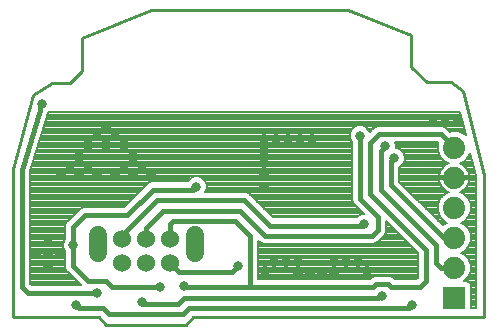
<source format=gbl>
G75*
G70*
%OFA0B0*%
%FSLAX24Y24*%
%IPPOS*%
%LPD*%
%AMOC8*
5,1,8,0,0,1.08239X$1,22.5*
%
%ADD10C,0.0100*%
%ADD11C,0.0600*%
%ADD12C,0.0000*%
%ADD13C,0.0600*%
%ADD14R,0.0740X0.0740*%
%ADD15C,0.0740*%
%ADD16C,0.0080*%
%ADD17C,0.0340*%
%ADD18C,0.0320*%
%ADD19C,0.0180*%
D10*
X003490Y003381D02*
X003740Y003131D01*
X006390Y003131D01*
X006640Y003381D01*
X016340Y003381D01*
X016340Y008131D01*
X015640Y010931D01*
X015240Y011231D01*
X014440Y011231D01*
X013890Y011731D01*
X013890Y012781D01*
X011790Y013631D01*
X005240Y013631D01*
X002940Y012681D01*
X002940Y011581D01*
X002540Y011181D01*
X001940Y011181D01*
X001290Y010781D01*
X000640Y008331D01*
X000640Y003381D01*
X003490Y003381D01*
D11*
X003452Y005531D02*
X003452Y006131D01*
X003452Y005531D01*
X006702Y005531D02*
X006702Y006131D01*
X006702Y005531D01*
D12*
X006527Y005831D02*
X006529Y005857D01*
X006535Y005883D01*
X006544Y005907D01*
X006557Y005930D01*
X006574Y005950D01*
X006593Y005968D01*
X006615Y005983D01*
X006638Y005994D01*
X006663Y006002D01*
X006689Y006006D01*
X006715Y006006D01*
X006741Y006002D01*
X006766Y005994D01*
X006790Y005983D01*
X006811Y005968D01*
X006830Y005950D01*
X006847Y005930D01*
X006860Y005907D01*
X006869Y005883D01*
X006875Y005857D01*
X006877Y005831D01*
X006875Y005805D01*
X006869Y005779D01*
X006860Y005755D01*
X006847Y005732D01*
X006830Y005712D01*
X006811Y005694D01*
X006789Y005679D01*
X006766Y005668D01*
X006741Y005660D01*
X006715Y005656D01*
X006689Y005656D01*
X006663Y005660D01*
X006638Y005668D01*
X006614Y005679D01*
X006593Y005694D01*
X006574Y005712D01*
X006557Y005732D01*
X006544Y005755D01*
X006535Y005779D01*
X006529Y005805D01*
X006527Y005831D01*
X003277Y005831D02*
X003279Y005857D01*
X003285Y005883D01*
X003294Y005907D01*
X003307Y005930D01*
X003324Y005950D01*
X003343Y005968D01*
X003365Y005983D01*
X003388Y005994D01*
X003413Y006002D01*
X003439Y006006D01*
X003465Y006006D01*
X003491Y006002D01*
X003516Y005994D01*
X003540Y005983D01*
X003561Y005968D01*
X003580Y005950D01*
X003597Y005930D01*
X003610Y005907D01*
X003619Y005883D01*
X003625Y005857D01*
X003627Y005831D01*
X003625Y005805D01*
X003619Y005779D01*
X003610Y005755D01*
X003597Y005732D01*
X003580Y005712D01*
X003561Y005694D01*
X003539Y005679D01*
X003516Y005668D01*
X003491Y005660D01*
X003465Y005656D01*
X003439Y005656D01*
X003413Y005660D01*
X003388Y005668D01*
X003364Y005679D01*
X003343Y005694D01*
X003324Y005712D01*
X003307Y005732D01*
X003294Y005755D01*
X003285Y005779D01*
X003279Y005805D01*
X003277Y005831D01*
D13*
X004278Y005981D03*
X005065Y005981D03*
X005852Y005981D03*
X005852Y005194D03*
X005065Y005194D03*
X004278Y005194D03*
D14*
X015340Y004031D03*
D15*
X015340Y005031D03*
X015340Y006031D03*
X015340Y007031D03*
X015340Y008031D03*
X015340Y009031D03*
D16*
X015861Y008851D02*
X015806Y008719D01*
X015894Y008719D01*
X015874Y008797D02*
X015839Y008797D01*
X015861Y008851D02*
X016050Y008095D01*
X016050Y003671D01*
X015890Y003671D01*
X015890Y004475D01*
X015785Y004581D01*
X015668Y004581D01*
X015806Y004719D01*
X015890Y004922D01*
X015890Y005140D01*
X015806Y005342D01*
X015652Y005497D01*
X015570Y005531D01*
X015652Y005565D01*
X015806Y005719D01*
X015890Y005922D01*
X015890Y006140D01*
X015806Y006342D01*
X015652Y006497D01*
X015570Y006531D01*
X015652Y006565D01*
X015806Y006719D01*
X015890Y006922D01*
X015890Y007140D01*
X015806Y007342D01*
X015652Y007497D01*
X015518Y007552D01*
X015536Y007558D01*
X015607Y007595D01*
X015672Y007642D01*
X015729Y007699D01*
X015776Y007764D01*
X015813Y007835D01*
X015837Y007911D01*
X015850Y007991D01*
X015380Y007991D01*
X015380Y008071D01*
X015850Y008071D01*
X015837Y008150D01*
X015813Y008227D01*
X015776Y008298D01*
X015729Y008363D01*
X015672Y008420D01*
X015607Y008467D01*
X015536Y008504D01*
X015518Y008509D01*
X015652Y008565D01*
X015806Y008719D01*
X015727Y008640D02*
X015914Y008640D01*
X015933Y008562D02*
X015645Y008562D01*
X015575Y008483D02*
X015953Y008483D01*
X015973Y008405D02*
X015687Y008405D01*
X015756Y008326D02*
X015992Y008326D01*
X016012Y008248D02*
X015802Y008248D01*
X015831Y008169D02*
X016031Y008169D01*
X016050Y008091D02*
X015847Y008091D01*
X015850Y008071D02*
X015850Y008071D01*
X015850Y007991D02*
X015850Y007991D01*
X015841Y007934D02*
X016050Y007934D01*
X016050Y008012D02*
X015380Y008012D01*
X015300Y008012D02*
X013510Y008012D01*
X013510Y007934D02*
X014839Y007934D01*
X014843Y007911D02*
X014867Y007835D01*
X014904Y007764D01*
X014951Y007699D01*
X015008Y007642D01*
X015073Y007595D01*
X015144Y007558D01*
X015162Y007552D01*
X015028Y007497D01*
X014874Y007342D01*
X014790Y007140D01*
X014790Y006922D01*
X014874Y006719D01*
X015028Y006565D01*
X015110Y006531D01*
X015028Y006497D01*
X014967Y006436D01*
X013510Y007893D01*
X013510Y008383D01*
X013533Y008393D01*
X013628Y008488D01*
X013680Y008613D01*
X013680Y008749D01*
X013628Y008873D01*
X013533Y008969D01*
X013408Y009021D01*
X013380Y009021D01*
X013380Y009149D01*
X013354Y009211D01*
X014778Y009211D01*
X014807Y009182D01*
X014790Y009140D01*
X014790Y008922D01*
X014874Y008719D01*
X013680Y008719D01*
X013680Y008640D02*
X014953Y008640D01*
X015028Y008565D02*
X014874Y008719D01*
X014841Y008797D02*
X013660Y008797D01*
X013626Y008876D02*
X014809Y008876D01*
X014790Y008954D02*
X013547Y008954D01*
X013380Y009033D02*
X014790Y009033D01*
X014790Y009111D02*
X013380Y009111D01*
X013363Y009190D02*
X014799Y009190D01*
X015189Y009564D02*
X015043Y009710D01*
X014944Y009751D01*
X012786Y009751D01*
X012687Y009710D01*
X012611Y009634D01*
X012514Y009537D01*
X012478Y009623D01*
X012383Y009719D01*
X012258Y009771D01*
X012122Y009771D01*
X011997Y009719D01*
X011902Y009623D01*
X011850Y009499D01*
X011850Y009363D01*
X011902Y009238D01*
X011920Y009220D01*
X011920Y007277D01*
X011961Y007178D01*
X012318Y006821D01*
X012272Y006821D01*
X012147Y006769D01*
X012079Y006701D01*
X009302Y006701D01*
X008569Y007434D01*
X008493Y007510D01*
X008394Y007551D01*
X007033Y007551D01*
X007080Y007663D01*
X007080Y007799D01*
X007028Y007923D01*
X006933Y008019D01*
X006808Y008071D01*
X006672Y008071D01*
X006547Y008019D01*
X006452Y007923D01*
X006442Y007901D01*
X005236Y007901D01*
X005137Y007860D01*
X005061Y007784D01*
X004328Y007051D01*
X002986Y007051D01*
X002887Y007010D01*
X002487Y006610D01*
X002411Y006534D01*
X002370Y006435D01*
X002370Y005992D01*
X002352Y005973D01*
X002300Y005849D01*
X002300Y005713D01*
X002352Y005588D01*
X002370Y005570D01*
X002370Y005027D01*
X002411Y004928D01*
X002487Y004852D01*
X002888Y004451D01*
X001252Y004451D01*
X001210Y004493D01*
X001210Y008241D01*
X001795Y010190D01*
X001805Y010215D01*
X001821Y010231D01*
X015516Y010231D01*
X015715Y009433D01*
X015652Y009497D01*
X015449Y009581D01*
X015231Y009581D01*
X015189Y009564D01*
X015170Y009582D02*
X015678Y009582D01*
X015698Y009504D02*
X015635Y009504D01*
X015659Y009661D02*
X015092Y009661D01*
X014971Y009739D02*
X015639Y009739D01*
X015619Y009818D02*
X001683Y009818D01*
X001707Y009896D02*
X015600Y009896D01*
X015580Y009975D02*
X001730Y009975D01*
X001754Y010053D02*
X015560Y010053D01*
X015541Y010132D02*
X001777Y010132D01*
X001803Y010210D02*
X015521Y010210D01*
X015028Y008565D02*
X015162Y008509D01*
X015144Y008504D01*
X015073Y008467D01*
X015008Y008420D01*
X014951Y008363D01*
X014904Y008298D01*
X014867Y008227D01*
X014843Y008150D01*
X014830Y008071D01*
X014830Y008071D01*
X015300Y008071D01*
X015300Y007991D01*
X014830Y007991D01*
X014830Y007991D01*
X014843Y007911D01*
X014861Y007855D02*
X013547Y007855D01*
X013626Y007777D02*
X014897Y007777D01*
X014951Y007698D02*
X013704Y007698D01*
X013783Y007620D02*
X015038Y007620D01*
X015135Y007541D02*
X013861Y007541D01*
X013940Y007463D02*
X014994Y007463D01*
X014916Y007384D02*
X014018Y007384D01*
X014097Y007306D02*
X014859Y007306D01*
X014826Y007227D02*
X014175Y007227D01*
X014254Y007149D02*
X014794Y007149D01*
X014790Y007070D02*
X014332Y007070D01*
X014411Y006992D02*
X014790Y006992D01*
X014793Y006913D02*
X014489Y006913D01*
X014568Y006835D02*
X014826Y006835D01*
X014858Y006756D02*
X014646Y006756D01*
X014725Y006678D02*
X014915Y006678D01*
X014994Y006599D02*
X014803Y006599D01*
X014882Y006521D02*
X015086Y006521D01*
X014974Y006442D02*
X014960Y006442D01*
X015594Y006521D02*
X016050Y006521D01*
X016050Y006599D02*
X015686Y006599D01*
X015765Y006678D02*
X016050Y006678D01*
X016050Y006756D02*
X015822Y006756D01*
X015854Y006835D02*
X016050Y006835D01*
X016050Y006913D02*
X015887Y006913D01*
X015890Y006992D02*
X016050Y006992D01*
X016050Y007070D02*
X015890Y007070D01*
X015886Y007149D02*
X016050Y007149D01*
X016050Y007227D02*
X015854Y007227D01*
X015821Y007306D02*
X016050Y007306D01*
X016050Y007384D02*
X015764Y007384D01*
X015686Y007463D02*
X016050Y007463D01*
X016050Y007541D02*
X015545Y007541D01*
X015642Y007620D02*
X016050Y007620D01*
X016050Y007698D02*
X015729Y007698D01*
X015783Y007777D02*
X016050Y007777D01*
X016050Y007855D02*
X015819Y007855D01*
X014993Y008405D02*
X013545Y008405D01*
X013510Y008326D02*
X014924Y008326D01*
X014878Y008248D02*
X013510Y008248D01*
X013510Y008169D02*
X014849Y008169D01*
X014833Y008091D02*
X013510Y008091D01*
X013623Y008483D02*
X015105Y008483D01*
X015035Y008562D02*
X013659Y008562D01*
X012638Y009661D02*
X012441Y009661D01*
X012495Y009582D02*
X012560Y009582D01*
X012759Y009739D02*
X012334Y009739D01*
X012046Y009739D02*
X001659Y009739D01*
X001636Y009661D02*
X011939Y009661D01*
X011885Y009582D02*
X001612Y009582D01*
X001589Y009504D02*
X011852Y009504D01*
X011850Y009425D02*
X001565Y009425D01*
X001542Y009347D02*
X011857Y009347D01*
X011889Y009268D02*
X001518Y009268D01*
X001495Y009190D02*
X011920Y009190D01*
X011920Y009111D02*
X001471Y009111D01*
X001447Y009033D02*
X011920Y009033D01*
X011920Y008954D02*
X001424Y008954D01*
X001400Y008876D02*
X011920Y008876D01*
X011920Y008797D02*
X001377Y008797D01*
X001353Y008719D02*
X011920Y008719D01*
X011920Y008640D02*
X001330Y008640D01*
X001306Y008562D02*
X011920Y008562D01*
X011920Y008483D02*
X001283Y008483D01*
X001259Y008405D02*
X011920Y008405D01*
X011920Y008326D02*
X001236Y008326D01*
X001212Y008248D02*
X011920Y008248D01*
X011920Y008169D02*
X001210Y008169D01*
X001210Y008091D02*
X011920Y008091D01*
X011920Y008012D02*
X006939Y008012D01*
X007018Y007934D02*
X011920Y007934D01*
X011920Y007855D02*
X007056Y007855D01*
X007080Y007777D02*
X011920Y007777D01*
X011920Y007698D02*
X007080Y007698D01*
X007062Y007620D02*
X011920Y007620D01*
X011920Y007541D02*
X008417Y007541D01*
X008540Y007463D02*
X011920Y007463D01*
X011920Y007384D02*
X008618Y007384D01*
X008697Y007306D02*
X011920Y007306D01*
X011941Y007227D02*
X008775Y007227D01*
X008854Y007149D02*
X011990Y007149D01*
X012069Y007070D02*
X008932Y007070D01*
X009011Y006992D02*
X012147Y006992D01*
X012226Y006913D02*
X009089Y006913D01*
X009168Y006835D02*
X012304Y006835D01*
X012135Y006756D02*
X009246Y006756D01*
X008810Y005929D02*
X008887Y005852D01*
X008986Y005811D01*
X012644Y005811D01*
X012743Y005852D01*
X012819Y005928D01*
X013019Y006128D01*
X013060Y006227D01*
X013060Y006579D01*
X014120Y005519D01*
X014120Y004693D01*
X014078Y004651D01*
X013352Y004651D01*
X013293Y004710D01*
X013194Y004751D01*
X012686Y004751D01*
X012587Y004710D01*
X012528Y004651D01*
X008810Y004651D01*
X008810Y005929D01*
X008810Y005893D02*
X008846Y005893D01*
X008810Y005814D02*
X008978Y005814D01*
X008810Y005736D02*
X013903Y005736D01*
X013825Y005814D02*
X012652Y005814D01*
X012784Y005893D02*
X013746Y005893D01*
X013668Y005971D02*
X012862Y005971D01*
X012941Y006050D02*
X013589Y006050D01*
X013511Y006128D02*
X013019Y006128D01*
X013052Y006207D02*
X013432Y006207D01*
X013354Y006285D02*
X013060Y006285D01*
X013060Y006364D02*
X013275Y006364D01*
X013197Y006442D02*
X013060Y006442D01*
X013060Y006521D02*
X013118Y006521D01*
X013982Y005657D02*
X008810Y005657D01*
X008810Y005579D02*
X014060Y005579D01*
X014120Y005500D02*
X008810Y005500D01*
X008810Y005422D02*
X014120Y005422D01*
X014120Y005343D02*
X008810Y005343D01*
X008810Y005265D02*
X014120Y005265D01*
X014120Y005186D02*
X008810Y005186D01*
X008810Y005108D02*
X014120Y005108D01*
X014120Y005029D02*
X008810Y005029D01*
X008810Y004951D02*
X014120Y004951D01*
X014120Y004872D02*
X008810Y004872D01*
X008810Y004794D02*
X014120Y004794D01*
X014120Y004715D02*
X013279Y004715D01*
X012601Y004715D02*
X008810Y004715D01*
X005133Y007855D02*
X001210Y007855D01*
X001210Y007777D02*
X005054Y007777D01*
X004976Y007698D02*
X001210Y007698D01*
X001210Y007620D02*
X004897Y007620D01*
X004819Y007541D02*
X001210Y007541D01*
X001210Y007463D02*
X004740Y007463D01*
X004662Y007384D02*
X001210Y007384D01*
X001210Y007306D02*
X004583Y007306D01*
X004505Y007227D02*
X001210Y007227D01*
X001210Y007149D02*
X004426Y007149D01*
X004348Y007070D02*
X001210Y007070D01*
X001210Y006992D02*
X002869Y006992D01*
X002791Y006913D02*
X001210Y006913D01*
X001210Y006835D02*
X002712Y006835D01*
X002634Y006756D02*
X001210Y006756D01*
X001210Y006678D02*
X002555Y006678D01*
X002477Y006599D02*
X001210Y006599D01*
X001210Y006521D02*
X002406Y006521D01*
X002373Y006442D02*
X001210Y006442D01*
X001210Y006364D02*
X002370Y006364D01*
X002370Y006285D02*
X001210Y006285D01*
X001210Y006207D02*
X002370Y006207D01*
X002370Y006128D02*
X001210Y006128D01*
X001210Y006050D02*
X002370Y006050D01*
X002351Y005971D02*
X001210Y005971D01*
X001210Y005893D02*
X002318Y005893D01*
X002300Y005814D02*
X001210Y005814D01*
X001210Y005736D02*
X002300Y005736D01*
X002323Y005657D02*
X001210Y005657D01*
X001210Y005579D02*
X002361Y005579D01*
X002370Y005500D02*
X001210Y005500D01*
X001210Y005422D02*
X002370Y005422D01*
X002370Y005343D02*
X001210Y005343D01*
X001210Y005265D02*
X002370Y005265D01*
X002370Y005186D02*
X001210Y005186D01*
X001210Y005108D02*
X002370Y005108D01*
X002370Y005029D02*
X001210Y005029D01*
X001210Y004951D02*
X002402Y004951D01*
X002467Y004872D02*
X001210Y004872D01*
X001210Y004794D02*
X002545Y004794D01*
X002624Y004715D02*
X001210Y004715D01*
X001210Y004637D02*
X002702Y004637D01*
X002781Y004558D02*
X001210Y004558D01*
X001223Y004480D02*
X002859Y004480D01*
X001210Y007934D02*
X006462Y007934D01*
X006541Y008012D02*
X001210Y008012D01*
X015644Y005500D02*
X016050Y005500D01*
X016050Y005422D02*
X015727Y005422D01*
X015805Y005343D02*
X016050Y005343D01*
X016050Y005265D02*
X015838Y005265D01*
X015871Y005186D02*
X016050Y005186D01*
X016050Y005108D02*
X015890Y005108D01*
X015890Y005029D02*
X016050Y005029D01*
X016050Y004951D02*
X015890Y004951D01*
X015870Y004872D02*
X016050Y004872D01*
X016050Y004794D02*
X015837Y004794D01*
X015802Y004715D02*
X016050Y004715D01*
X016050Y004637D02*
X015724Y004637D01*
X015807Y004558D02*
X016050Y004558D01*
X016050Y004480D02*
X015886Y004480D01*
X015890Y004401D02*
X016050Y004401D01*
X016050Y004323D02*
X015890Y004323D01*
X015890Y004244D02*
X016050Y004244D01*
X016050Y004166D02*
X015890Y004166D01*
X015890Y004087D02*
X016050Y004087D01*
X016050Y004009D02*
X015890Y004009D01*
X015890Y003930D02*
X016050Y003930D01*
X016050Y003852D02*
X015890Y003852D01*
X015890Y003773D02*
X016050Y003773D01*
X016050Y003695D02*
X015890Y003695D01*
X016050Y005579D02*
X015666Y005579D01*
X015744Y005657D02*
X016050Y005657D01*
X016050Y005736D02*
X015813Y005736D01*
X015846Y005814D02*
X016050Y005814D01*
X016050Y005893D02*
X015878Y005893D01*
X015890Y005971D02*
X016050Y005971D01*
X016050Y006050D02*
X015890Y006050D01*
X015890Y006128D02*
X016050Y006128D01*
X016050Y006207D02*
X015862Y006207D01*
X015830Y006285D02*
X016050Y006285D01*
X016050Y006364D02*
X015785Y006364D01*
X015706Y006442D02*
X016050Y006442D01*
D17*
X012440Y004931D03*
X012140Y005231D03*
X011740Y005231D03*
X011340Y005231D03*
X011340Y004831D03*
X010940Y004831D03*
X010540Y004831D03*
X010140Y004831D03*
X010140Y005231D03*
X009740Y005231D03*
X009340Y005231D03*
X009040Y004931D03*
X008990Y007731D03*
X008990Y008131D03*
X008990Y008531D03*
X008990Y008931D03*
X008990Y009331D03*
X009390Y009331D03*
X009790Y009331D03*
X010190Y009331D03*
X010590Y009331D03*
X014640Y009981D03*
X015040Y009981D03*
X015440Y009981D03*
X005240Y008131D03*
X004940Y008431D03*
X004640Y008731D03*
X004340Y008431D03*
X004040Y008131D03*
X003440Y008131D03*
X003140Y008431D03*
X002840Y008731D03*
X002540Y008431D03*
X002240Y008131D03*
X002840Y008131D03*
X003140Y009131D03*
X003440Y009431D03*
X003740Y009731D03*
X004040Y009431D03*
X003740Y009131D03*
X004340Y009131D03*
X004640Y008131D03*
X001790Y005881D03*
X001790Y005481D03*
X001390Y005481D03*
X001790Y005081D03*
X002190Y005481D03*
D18*
X002640Y005781D03*
X003440Y004181D03*
X002740Y003781D03*
X004940Y003881D03*
X005540Y004381D03*
X006340Y004431D03*
X008140Y005081D03*
X006740Y007731D03*
X001590Y010481D03*
X012190Y009431D03*
X013040Y009081D03*
X013340Y008681D03*
X012340Y006481D03*
X012940Y004081D03*
X013940Y003781D03*
D19*
X013840Y003681D01*
X006490Y003681D01*
X006290Y003481D01*
X003840Y003481D01*
X003640Y003681D01*
X002840Y003681D01*
X002740Y003781D01*
X003440Y004181D02*
X001140Y004181D01*
X000940Y004381D01*
X000940Y008281D01*
X001540Y010281D01*
X001540Y010431D01*
X001590Y010481D01*
X005290Y007631D02*
X006640Y007631D01*
X006740Y007731D01*
X005640Y006931D02*
X005065Y006356D01*
X005065Y005981D01*
X004278Y005981D02*
X004278Y006119D01*
X005440Y007281D01*
X008340Y007281D01*
X009190Y006431D01*
X012290Y006431D01*
X012340Y006481D01*
X012590Y006081D02*
X009040Y006081D01*
X008190Y006931D01*
X005640Y006931D01*
X005952Y006581D02*
X005852Y006481D01*
X005852Y005981D01*
X005952Y006581D02*
X008040Y006581D01*
X008540Y006081D01*
X008540Y004431D01*
X008590Y004381D01*
X006390Y004381D01*
X006340Y004431D01*
X006340Y004031D02*
X006140Y003831D01*
X004990Y003831D01*
X004940Y003881D01*
X005540Y004381D02*
X003940Y004381D01*
X003740Y004581D01*
X003140Y004581D01*
X002640Y005081D01*
X002640Y005781D01*
X002640Y006381D01*
X003040Y006781D01*
X004440Y006781D01*
X005290Y007631D01*
X005852Y005194D02*
X006165Y004881D01*
X007940Y004881D01*
X008140Y005081D01*
X008590Y004381D02*
X012640Y004381D01*
X012740Y004481D01*
X013140Y004481D01*
X013240Y004381D01*
X014190Y004381D01*
X014390Y004581D01*
X014390Y005631D01*
X012540Y007481D01*
X012540Y009181D01*
X012840Y009481D01*
X014890Y009481D01*
X015340Y009031D01*
X013340Y008681D02*
X013240Y008581D01*
X013240Y007781D01*
X014990Y006031D01*
X015340Y006031D01*
X014740Y005781D02*
X012890Y007631D01*
X012890Y008931D01*
X013040Y009081D01*
X012190Y009431D02*
X012190Y007331D01*
X012790Y006731D01*
X012790Y006281D01*
X012590Y006081D01*
X014740Y005781D02*
X014740Y005181D01*
X014890Y005031D01*
X015340Y005031D01*
X012940Y004081D02*
X012790Y004031D01*
X006340Y004031D01*
M02*

</source>
